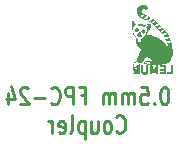
<source format=gbr>
%TF.GenerationSoftware,KiCad,Pcbnew,7.0.2*%
%TF.CreationDate,2023-08-17T13:15:17-07:00*%
%TF.ProjectId,Fpc24Coupler,46706332-3443-46f7-9570-6c65722e6b69,rev?*%
%TF.SameCoordinates,Original*%
%TF.FileFunction,Legend,Bot*%
%TF.FilePolarity,Positive*%
%FSLAX46Y46*%
G04 Gerber Fmt 4.6, Leading zero omitted, Abs format (unit mm)*
G04 Created by KiCad (PCBNEW 7.0.2) date 2023-08-17 13:15:17*
%MOMM*%
%LPD*%
G01*
G04 APERTURE LIST*
%ADD10C,0.250000*%
G04 APERTURE END LIST*
D10*
X161071428Y-103978928D02*
X160957142Y-103978928D01*
X160957142Y-103978928D02*
X160842856Y-104050357D01*
X160842856Y-104050357D02*
X160785714Y-104121785D01*
X160785714Y-104121785D02*
X160728571Y-104264642D01*
X160728571Y-104264642D02*
X160671428Y-104550357D01*
X160671428Y-104550357D02*
X160671428Y-104907500D01*
X160671428Y-104907500D02*
X160728571Y-105193214D01*
X160728571Y-105193214D02*
X160785714Y-105336071D01*
X160785714Y-105336071D02*
X160842856Y-105407500D01*
X160842856Y-105407500D02*
X160957142Y-105478928D01*
X160957142Y-105478928D02*
X161071428Y-105478928D01*
X161071428Y-105478928D02*
X161185714Y-105407500D01*
X161185714Y-105407500D02*
X161242856Y-105336071D01*
X161242856Y-105336071D02*
X161299999Y-105193214D01*
X161299999Y-105193214D02*
X161357142Y-104907500D01*
X161357142Y-104907500D02*
X161357142Y-104550357D01*
X161357142Y-104550357D02*
X161299999Y-104264642D01*
X161299999Y-104264642D02*
X161242856Y-104121785D01*
X161242856Y-104121785D02*
X161185714Y-104050357D01*
X161185714Y-104050357D02*
X161071428Y-103978928D01*
X160157142Y-105336071D02*
X160099999Y-105407500D01*
X160099999Y-105407500D02*
X160157142Y-105478928D01*
X160157142Y-105478928D02*
X160214285Y-105407500D01*
X160214285Y-105407500D02*
X160157142Y-105336071D01*
X160157142Y-105336071D02*
X160157142Y-105478928D01*
X159014285Y-103978928D02*
X159585713Y-103978928D01*
X159585713Y-103978928D02*
X159642856Y-104693214D01*
X159642856Y-104693214D02*
X159585713Y-104621785D01*
X159585713Y-104621785D02*
X159471428Y-104550357D01*
X159471428Y-104550357D02*
X159185713Y-104550357D01*
X159185713Y-104550357D02*
X159071428Y-104621785D01*
X159071428Y-104621785D02*
X159014285Y-104693214D01*
X159014285Y-104693214D02*
X158957142Y-104836071D01*
X158957142Y-104836071D02*
X158957142Y-105193214D01*
X158957142Y-105193214D02*
X159014285Y-105336071D01*
X159014285Y-105336071D02*
X159071428Y-105407500D01*
X159071428Y-105407500D02*
X159185713Y-105478928D01*
X159185713Y-105478928D02*
X159471428Y-105478928D01*
X159471428Y-105478928D02*
X159585713Y-105407500D01*
X159585713Y-105407500D02*
X159642856Y-105336071D01*
X158442856Y-105478928D02*
X158442856Y-104478928D01*
X158442856Y-104621785D02*
X158385713Y-104550357D01*
X158385713Y-104550357D02*
X158271428Y-104478928D01*
X158271428Y-104478928D02*
X158099999Y-104478928D01*
X158099999Y-104478928D02*
X157985713Y-104550357D01*
X157985713Y-104550357D02*
X157928571Y-104693214D01*
X157928571Y-104693214D02*
X157928571Y-105478928D01*
X157928571Y-104693214D02*
X157871428Y-104550357D01*
X157871428Y-104550357D02*
X157757142Y-104478928D01*
X157757142Y-104478928D02*
X157585713Y-104478928D01*
X157585713Y-104478928D02*
X157471428Y-104550357D01*
X157471428Y-104550357D02*
X157414285Y-104693214D01*
X157414285Y-104693214D02*
X157414285Y-105478928D01*
X156842856Y-105478928D02*
X156842856Y-104478928D01*
X156842856Y-104621785D02*
X156785713Y-104550357D01*
X156785713Y-104550357D02*
X156671428Y-104478928D01*
X156671428Y-104478928D02*
X156499999Y-104478928D01*
X156499999Y-104478928D02*
X156385713Y-104550357D01*
X156385713Y-104550357D02*
X156328571Y-104693214D01*
X156328571Y-104693214D02*
X156328571Y-105478928D01*
X156328571Y-104693214D02*
X156271428Y-104550357D01*
X156271428Y-104550357D02*
X156157142Y-104478928D01*
X156157142Y-104478928D02*
X155985713Y-104478928D01*
X155985713Y-104478928D02*
X155871428Y-104550357D01*
X155871428Y-104550357D02*
X155814285Y-104693214D01*
X155814285Y-104693214D02*
X155814285Y-105478928D01*
X153928570Y-104693214D02*
X154328570Y-104693214D01*
X154328570Y-105478928D02*
X154328570Y-103978928D01*
X154328570Y-103978928D02*
X153757142Y-103978928D01*
X153299999Y-105478928D02*
X153299999Y-103978928D01*
X153299999Y-103978928D02*
X152842856Y-103978928D01*
X152842856Y-103978928D02*
X152728571Y-104050357D01*
X152728571Y-104050357D02*
X152671428Y-104121785D01*
X152671428Y-104121785D02*
X152614285Y-104264642D01*
X152614285Y-104264642D02*
X152614285Y-104478928D01*
X152614285Y-104478928D02*
X152671428Y-104621785D01*
X152671428Y-104621785D02*
X152728571Y-104693214D01*
X152728571Y-104693214D02*
X152842856Y-104764642D01*
X152842856Y-104764642D02*
X153299999Y-104764642D01*
X151414285Y-105336071D02*
X151471428Y-105407500D01*
X151471428Y-105407500D02*
X151642856Y-105478928D01*
X151642856Y-105478928D02*
X151757142Y-105478928D01*
X151757142Y-105478928D02*
X151928571Y-105407500D01*
X151928571Y-105407500D02*
X152042856Y-105264642D01*
X152042856Y-105264642D02*
X152099999Y-105121785D01*
X152099999Y-105121785D02*
X152157142Y-104836071D01*
X152157142Y-104836071D02*
X152157142Y-104621785D01*
X152157142Y-104621785D02*
X152099999Y-104336071D01*
X152099999Y-104336071D02*
X152042856Y-104193214D01*
X152042856Y-104193214D02*
X151928571Y-104050357D01*
X151928571Y-104050357D02*
X151757142Y-103978928D01*
X151757142Y-103978928D02*
X151642856Y-103978928D01*
X151642856Y-103978928D02*
X151471428Y-104050357D01*
X151471428Y-104050357D02*
X151414285Y-104121785D01*
X150899999Y-104907500D02*
X149985714Y-104907500D01*
X149471428Y-104121785D02*
X149414285Y-104050357D01*
X149414285Y-104050357D02*
X149300000Y-103978928D01*
X149300000Y-103978928D02*
X149014285Y-103978928D01*
X149014285Y-103978928D02*
X148900000Y-104050357D01*
X148900000Y-104050357D02*
X148842857Y-104121785D01*
X148842857Y-104121785D02*
X148785714Y-104264642D01*
X148785714Y-104264642D02*
X148785714Y-104407500D01*
X148785714Y-104407500D02*
X148842857Y-104621785D01*
X148842857Y-104621785D02*
X149528571Y-105478928D01*
X149528571Y-105478928D02*
X148785714Y-105478928D01*
X147757143Y-104478928D02*
X147757143Y-105478928D01*
X148042857Y-103907500D02*
X148328571Y-104978928D01*
X148328571Y-104978928D02*
X147585714Y-104978928D01*
X156957141Y-107766071D02*
X157014284Y-107837500D01*
X157014284Y-107837500D02*
X157185712Y-107908928D01*
X157185712Y-107908928D02*
X157299998Y-107908928D01*
X157299998Y-107908928D02*
X157471427Y-107837500D01*
X157471427Y-107837500D02*
X157585712Y-107694642D01*
X157585712Y-107694642D02*
X157642855Y-107551785D01*
X157642855Y-107551785D02*
X157699998Y-107266071D01*
X157699998Y-107266071D02*
X157699998Y-107051785D01*
X157699998Y-107051785D02*
X157642855Y-106766071D01*
X157642855Y-106766071D02*
X157585712Y-106623214D01*
X157585712Y-106623214D02*
X157471427Y-106480357D01*
X157471427Y-106480357D02*
X157299998Y-106408928D01*
X157299998Y-106408928D02*
X157185712Y-106408928D01*
X157185712Y-106408928D02*
X157014284Y-106480357D01*
X157014284Y-106480357D02*
X156957141Y-106551785D01*
X156271427Y-107908928D02*
X156385712Y-107837500D01*
X156385712Y-107837500D02*
X156442855Y-107766071D01*
X156442855Y-107766071D02*
X156499998Y-107623214D01*
X156499998Y-107623214D02*
X156499998Y-107194642D01*
X156499998Y-107194642D02*
X156442855Y-107051785D01*
X156442855Y-107051785D02*
X156385712Y-106980357D01*
X156385712Y-106980357D02*
X156271427Y-106908928D01*
X156271427Y-106908928D02*
X156099998Y-106908928D01*
X156099998Y-106908928D02*
X155985712Y-106980357D01*
X155985712Y-106980357D02*
X155928570Y-107051785D01*
X155928570Y-107051785D02*
X155871427Y-107194642D01*
X155871427Y-107194642D02*
X155871427Y-107623214D01*
X155871427Y-107623214D02*
X155928570Y-107766071D01*
X155928570Y-107766071D02*
X155985712Y-107837500D01*
X155985712Y-107837500D02*
X156099998Y-107908928D01*
X156099998Y-107908928D02*
X156271427Y-107908928D01*
X154842856Y-106908928D02*
X154842856Y-107908928D01*
X155357141Y-106908928D02*
X155357141Y-107694642D01*
X155357141Y-107694642D02*
X155299998Y-107837500D01*
X155299998Y-107837500D02*
X155185713Y-107908928D01*
X155185713Y-107908928D02*
X155014284Y-107908928D01*
X155014284Y-107908928D02*
X154899998Y-107837500D01*
X154899998Y-107837500D02*
X154842856Y-107766071D01*
X154271427Y-106908928D02*
X154271427Y-108408928D01*
X154271427Y-106980357D02*
X154157142Y-106908928D01*
X154157142Y-106908928D02*
X153928570Y-106908928D01*
X153928570Y-106908928D02*
X153814284Y-106980357D01*
X153814284Y-106980357D02*
X153757142Y-107051785D01*
X153757142Y-107051785D02*
X153699999Y-107194642D01*
X153699999Y-107194642D02*
X153699999Y-107623214D01*
X153699999Y-107623214D02*
X153757142Y-107766071D01*
X153757142Y-107766071D02*
X153814284Y-107837500D01*
X153814284Y-107837500D02*
X153928570Y-107908928D01*
X153928570Y-107908928D02*
X154157142Y-107908928D01*
X154157142Y-107908928D02*
X154271427Y-107837500D01*
X153014285Y-107908928D02*
X153128570Y-107837500D01*
X153128570Y-107837500D02*
X153185713Y-107694642D01*
X153185713Y-107694642D02*
X153185713Y-106408928D01*
X152099999Y-107837500D02*
X152214285Y-107908928D01*
X152214285Y-107908928D02*
X152442857Y-107908928D01*
X152442857Y-107908928D02*
X152557142Y-107837500D01*
X152557142Y-107837500D02*
X152614285Y-107694642D01*
X152614285Y-107694642D02*
X152614285Y-107123214D01*
X152614285Y-107123214D02*
X152557142Y-106980357D01*
X152557142Y-106980357D02*
X152442857Y-106908928D01*
X152442857Y-106908928D02*
X152214285Y-106908928D01*
X152214285Y-106908928D02*
X152099999Y-106980357D01*
X152099999Y-106980357D02*
X152042857Y-107123214D01*
X152042857Y-107123214D02*
X152042857Y-107266071D01*
X152042857Y-107266071D02*
X152614285Y-107408928D01*
X151528571Y-107908928D02*
X151528571Y-106908928D01*
X151528571Y-107194642D02*
X151471428Y-107051785D01*
X151471428Y-107051785D02*
X151414286Y-106980357D01*
X151414286Y-106980357D02*
X151300000Y-106908928D01*
X151300000Y-106908928D02*
X151185714Y-106908928D01*
%TO.C,UU5*%
G36*
X159059830Y-99439436D02*
G01*
X159116312Y-99648179D01*
X159003676Y-99723743D01*
X158861961Y-99758044D01*
X158744696Y-99681220D01*
X158650810Y-99571905D01*
X158761178Y-99400956D01*
X158940302Y-99267220D01*
X159059830Y-99439436D01*
G37*
G36*
X158724398Y-98948170D02*
G01*
X158840169Y-99118686D01*
X158878704Y-99245620D01*
X158740839Y-99305872D01*
X158575260Y-99334607D01*
X158567384Y-99226089D01*
X158623200Y-99033652D01*
X158704347Y-98936388D01*
X158724398Y-98948170D01*
G37*
G36*
X159325292Y-99053075D02*
G01*
X159360390Y-99175574D01*
X159338439Y-99365194D01*
X159272272Y-99472480D01*
X159113646Y-99390326D01*
X159020504Y-99266188D01*
X159136123Y-99140215D01*
X159310615Y-99048631D01*
X159310615Y-99048630D01*
X159325292Y-99053075D01*
G37*
G36*
X161745092Y-102157589D02*
G01*
X161745092Y-102548883D01*
X161745092Y-102937800D01*
X161487433Y-102937800D01*
X161229671Y-102937800D01*
X161229566Y-102839718D01*
X161229671Y-102741637D01*
X161388318Y-102741637D01*
X161546964Y-102741637D01*
X161546964Y-102486665D01*
X161546391Y-102235109D01*
X161543451Y-102157486D01*
X161543451Y-102157484D01*
X161745092Y-102157589D01*
G37*
G36*
X161150813Y-102547847D02*
G01*
X161150813Y-102938004D01*
X160879925Y-102938004D01*
X160609037Y-102938004D01*
X160609037Y-102843953D01*
X160609037Y-102750005D01*
X160779880Y-102750005D01*
X160950722Y-102750005D01*
X160950722Y-102692335D01*
X160950722Y-102634767D01*
X160794039Y-102634767D01*
X160637356Y-102634767D01*
X160637356Y-102549914D01*
X160637356Y-102464958D01*
X160794039Y-102464958D01*
X160950722Y-102464958D01*
X160950722Y-102404290D01*
X160950722Y-102343622D01*
X160779880Y-102343728D01*
X160609037Y-102343728D01*
X160609656Y-102251227D01*
X160610275Y-102158726D01*
X160880647Y-102158196D01*
X161150813Y-102157484D01*
X161150813Y-102547847D01*
G37*
G36*
X159664690Y-102434159D02*
G01*
X159664071Y-102710525D01*
X159659626Y-102732745D01*
X159646500Y-102778220D01*
X159638439Y-102796411D01*
X159558443Y-102889635D01*
X159435970Y-102942242D01*
X159406411Y-102946999D01*
X159283628Y-102944210D01*
X159086948Y-102825561D01*
X159054702Y-102761276D01*
X159049121Y-102738331D01*
X159043539Y-102718591D01*
X159043539Y-102438608D01*
X159043539Y-102158728D01*
X159143171Y-102158199D01*
X159242700Y-102157580D01*
X159242700Y-102423507D01*
X159243247Y-102657037D01*
X159246939Y-102701836D01*
X159271434Y-102740697D01*
X159395354Y-102763124D01*
X159462843Y-102692121D01*
X159464507Y-102619202D01*
X159465119Y-102418959D01*
X159465013Y-102157580D01*
X159565162Y-102157580D01*
X159665219Y-102157484D01*
X159664690Y-102434159D01*
G37*
G36*
X160507028Y-102158526D02*
G01*
X160507854Y-102548373D01*
X160508473Y-102938013D01*
X160409461Y-102938013D01*
X160310345Y-102938013D01*
X160310345Y-102811716D01*
X160315304Y-102630228D01*
X160321298Y-102565529D01*
X160319853Y-102555918D01*
X160310242Y-102573591D01*
X160301250Y-102597362D01*
X160274792Y-102664335D01*
X160249470Y-102728827D01*
X160237378Y-102760039D01*
X160222702Y-102798487D01*
X160213710Y-102821741D01*
X160144774Y-102822360D01*
X160075941Y-102822980D01*
X160073565Y-102814298D01*
X160067778Y-102797658D01*
X160060026Y-102778434D01*
X160046590Y-102743811D01*
X160037392Y-102718387D01*
X160029227Y-102697406D01*
X160018892Y-102670327D01*
X160012897Y-102654204D01*
X159983545Y-102577930D01*
X159971453Y-102556122D01*
X159969384Y-102564701D01*
X159976619Y-102647073D01*
X159982200Y-102828974D01*
X159981581Y-102937081D01*
X159882569Y-102937081D01*
X159783556Y-102937081D01*
X159783556Y-102547957D01*
X159783556Y-102158834D01*
X159882259Y-102158834D01*
X159981064Y-102158834D01*
X159991089Y-102181055D01*
X160006282Y-102216402D01*
X160013103Y-102231594D01*
X160020752Y-102248854D01*
X160043592Y-102302391D01*
X160074702Y-102374325D01*
X160084520Y-102396752D01*
X160094545Y-102419800D01*
X160124621Y-102488426D01*
X160131752Y-102505583D01*
X160140641Y-102526460D01*
X160145599Y-102536279D01*
X160156141Y-102513128D01*
X160166580Y-102488736D01*
X160174641Y-102470133D01*
X160182702Y-102451012D01*
X160190661Y-102432202D01*
X160201616Y-102407294D01*
X160232209Y-102336601D01*
X160240064Y-102318514D01*
X160259597Y-102272005D01*
X160268072Y-102252782D01*
X160280681Y-102224463D01*
X160292980Y-102195111D01*
X160302902Y-102172373D01*
X160308067Y-102159764D01*
X160407596Y-102158213D01*
X160407396Y-102158103D01*
X160507028Y-102158526D01*
G37*
G36*
X159436709Y-97072411D02*
G01*
X159563520Y-97130504D01*
X159665326Y-97255167D01*
X159630286Y-97407593D01*
X159457468Y-97470567D01*
X159274132Y-97429607D01*
X159112178Y-97519834D01*
X159128094Y-97710830D01*
X159302655Y-97846353D01*
X159498391Y-97932468D01*
X159688680Y-98011173D01*
X159904951Y-98124097D01*
X160113097Y-98251389D01*
X160312394Y-98392266D01*
X160502119Y-98545943D01*
X160681548Y-98711635D01*
X160849959Y-98888558D01*
X161006628Y-99075927D01*
X161150830Y-99272958D01*
X161281843Y-99478865D01*
X161398944Y-99692864D01*
X161501408Y-99914170D01*
X161588513Y-100141999D01*
X161650712Y-100365238D01*
X161698858Y-100598415D01*
X161730880Y-100833888D01*
X161744707Y-101064015D01*
X161738271Y-101281155D01*
X161696959Y-101495671D01*
X161619779Y-101678645D01*
X161507587Y-101828821D01*
X161361612Y-101944676D01*
X161183637Y-102025365D01*
X160975320Y-102070667D01*
X160965811Y-102070349D01*
X160687576Y-102114208D01*
X160436126Y-102131143D01*
X160210302Y-102125230D01*
X159904379Y-102101829D01*
X159896833Y-102101252D01*
X159269481Y-102023841D01*
X159259650Y-101967519D01*
X159290774Y-101967519D01*
X159293150Y-101973203D01*
X159904379Y-102048651D01*
X159815720Y-101940639D01*
X159809812Y-101901993D01*
X159794679Y-101890400D01*
X159678346Y-101863546D01*
X159564554Y-101844013D01*
X159564554Y-101844119D01*
X159474637Y-101837814D01*
X159474636Y-101837813D01*
X159414071Y-101840602D01*
X159358571Y-101873158D01*
X159295732Y-101942818D01*
X159290774Y-101967519D01*
X159259650Y-101967519D01*
X159251188Y-101919041D01*
X159401979Y-101794708D01*
X159529733Y-101792885D01*
X159687750Y-101818169D01*
X159901587Y-101801942D01*
X160041837Y-101751299D01*
X159952230Y-101681123D01*
X159747613Y-101545247D01*
X159586774Y-101410648D01*
X159528483Y-101350393D01*
X159503678Y-101386153D01*
X159413968Y-101524853D01*
X159265485Y-101751691D01*
X159153614Y-101900681D01*
X159068563Y-101984773D01*
X158873123Y-102158613D01*
X158926350Y-102158825D01*
X158926667Y-102545881D01*
X158926786Y-102820015D01*
X158926350Y-102935521D01*
X158926350Y-102935627D01*
X158826304Y-102938109D01*
X158727188Y-102938109D01*
X158726569Y-102814292D01*
X158725950Y-102690475D01*
X158709827Y-102690052D01*
X158693600Y-102689628D01*
X158685435Y-102700170D01*
X158658976Y-102736531D01*
X158654223Y-102743062D01*
X158628901Y-102777685D01*
X158613605Y-102798665D01*
X158587457Y-102834735D01*
X158554074Y-102880108D01*
X158523068Y-102922999D01*
X158512113Y-102938089D01*
X158388916Y-102938089D01*
X158265720Y-102938089D01*
X158279466Y-102920415D01*
X158308404Y-102883828D01*
X158326594Y-102860574D01*
X158335896Y-102849205D01*
X158366385Y-102810758D01*
X158395531Y-102774068D01*
X158408140Y-102758875D01*
X158440076Y-102717844D01*
X158465914Y-102685494D01*
X158476250Y-102671025D01*
X158472942Y-102669167D01*
X158464869Y-102665015D01*
X158418682Y-102641262D01*
X158342924Y-102535738D01*
X158326697Y-102422257D01*
X158329607Y-102401398D01*
X158524824Y-102401398D01*
X158540636Y-102489454D01*
X158581564Y-102515913D01*
X158658976Y-102520871D01*
X158726155Y-102519114D01*
X158726684Y-102429404D01*
X158726155Y-102342485D01*
X158660423Y-102342485D01*
X158583528Y-102346104D01*
X158524824Y-102401398D01*
X158329607Y-102401398D01*
X158340754Y-102321488D01*
X158348919Y-102300921D01*
X158343544Y-102284178D01*
X158345049Y-102265797D01*
X158395943Y-102265797D01*
X158464869Y-102316610D01*
X158502125Y-102268524D01*
X158588686Y-102191919D01*
X158805530Y-102157174D01*
X158925811Y-102031583D01*
X159042828Y-101940442D01*
X158804053Y-101929827D01*
X158700317Y-101822723D01*
X158579601Y-101894244D01*
X158498469Y-101931244D01*
X158470563Y-101964213D01*
X158405761Y-102187869D01*
X158395943Y-102265797D01*
X158345049Y-102265797D01*
X158350366Y-102200875D01*
X158382953Y-102055658D01*
X158422816Y-101945387D01*
X158467981Y-101892884D01*
X158558725Y-101850923D01*
X158660114Y-101792941D01*
X158724089Y-101660443D01*
X158805428Y-101461075D01*
X158889128Y-101257063D01*
X158969863Y-101043323D01*
X159007793Y-100885814D01*
X159021849Y-100800340D01*
X158917633Y-100671887D01*
X158859307Y-100599997D01*
X158734220Y-100401163D01*
X158646261Y-100201276D01*
X158595106Y-99997777D01*
X158580429Y-99788103D01*
X158471147Y-99651507D01*
X158385542Y-99498056D01*
X158331545Y-99301734D01*
X158317086Y-99036521D01*
X158273574Y-98917665D01*
X158265659Y-98867348D01*
X158324216Y-98867348D01*
X158332071Y-98903418D01*
X158372171Y-99016073D01*
X158376923Y-99033230D01*
X158389221Y-99293038D01*
X158439721Y-99478891D01*
X158522642Y-99622704D01*
X158632205Y-99756390D01*
X158637579Y-99765485D01*
X158640162Y-99769104D01*
X158750695Y-100046567D01*
X158829710Y-100236861D01*
X158883318Y-100351144D01*
X158917633Y-100400573D01*
X158938765Y-100396305D01*
X158952829Y-100349497D01*
X158965934Y-100271306D01*
X158984195Y-100172890D01*
X159013722Y-100065405D01*
X159060629Y-99960009D01*
X159131028Y-99867858D01*
X159231030Y-99800110D01*
X159333866Y-99721355D01*
X159479990Y-99530147D01*
X159571164Y-99288410D01*
X159577676Y-99276525D01*
X159667903Y-99162319D01*
X159585737Y-99257714D01*
X159562576Y-99073509D01*
X159477216Y-98948896D01*
X159590476Y-98804576D01*
X159745520Y-98703639D01*
X159587705Y-98725663D01*
X159383682Y-98830247D01*
X159355570Y-98833453D01*
X159421131Y-98926465D01*
X159333347Y-98929653D01*
X159192479Y-98869110D01*
X159008526Y-98805955D01*
X158874773Y-98797900D01*
X158727753Y-98762675D01*
X158751679Y-98703229D01*
X158775554Y-98696614D01*
X158756847Y-98682662D01*
X158569055Y-98514300D01*
X158379518Y-98437306D01*
X158533108Y-98604026D01*
X158608436Y-98731439D01*
X158454753Y-98855491D01*
X158376719Y-99002121D01*
X158324216Y-98867348D01*
X158265659Y-98867348D01*
X158244325Y-98731733D01*
X158242318Y-98539548D01*
X158287424Y-98387155D01*
X158307164Y-98374132D01*
X158360391Y-98371137D01*
X158600686Y-98463844D01*
X158794473Y-98636857D01*
X158970789Y-98625436D01*
X159146090Y-98655954D01*
X159366324Y-98771526D01*
X159642698Y-98651975D01*
X159844331Y-98657631D01*
X159865105Y-98678612D01*
X159865169Y-98891595D01*
X159774497Y-99109003D01*
X159626463Y-99310821D01*
X159557059Y-99498174D01*
X159460479Y-99660567D01*
X159465644Y-99659017D01*
X159660399Y-99618496D01*
X159871377Y-99623452D01*
X160093059Y-99670724D01*
X160319931Y-99757150D01*
X160546477Y-99879569D01*
X160767182Y-100034819D01*
X160976528Y-100219739D01*
X161169002Y-100431166D01*
X161277771Y-100503657D01*
X161289895Y-100423581D01*
X161288479Y-100418328D01*
X161250150Y-100276062D01*
X161203315Y-100146222D01*
X161190989Y-100117814D01*
X161227501Y-100117814D01*
X161234219Y-100135488D01*
X161280624Y-100247418D01*
X161288479Y-100266332D01*
X161307186Y-100257857D01*
X161540144Y-100169801D01*
X161559780Y-100163600D01*
X161553063Y-100144169D01*
X161511204Y-100030068D01*
X161509654Y-100026141D01*
X161506453Y-100023040D01*
X161497872Y-100014462D01*
X161486297Y-100018182D01*
X161244761Y-100110166D01*
X161227501Y-100117814D01*
X161190989Y-100117814D01*
X161158565Y-100043083D01*
X161109461Y-99929910D01*
X161048829Y-99813751D01*
X161088801Y-99813751D01*
X161097587Y-99830804D01*
X161149366Y-99937981D01*
X161158565Y-99957618D01*
X161177375Y-99946869D01*
X161405371Y-99832354D01*
X161424285Y-99824086D01*
X161415500Y-99805482D01*
X161362170Y-99695825D01*
X161353592Y-99678979D01*
X161336331Y-99686627D01*
X161105545Y-99804242D01*
X161088801Y-99813751D01*
X161048829Y-99813751D01*
X161000413Y-99720996D01*
X160999918Y-99720190D01*
X160876956Y-99520286D01*
X160875067Y-99517645D01*
X160915996Y-99517645D01*
X160926744Y-99534077D01*
X160989066Y-99636190D01*
X160999918Y-99654380D01*
X161017488Y-99642495D01*
X161238250Y-99516094D01*
X161258300Y-99506793D01*
X161246931Y-99487775D01*
X161182646Y-99383596D01*
X161173137Y-99368713D01*
X161157221Y-99376258D01*
X160932325Y-99506689D01*
X160915996Y-99517645D01*
X160875067Y-99517645D01*
X160811092Y-99428182D01*
X160739872Y-99328587D01*
X160667306Y-99240556D01*
X160713527Y-99240556D01*
X160726240Y-99256575D01*
X160799103Y-99351557D01*
X160811092Y-99367783D01*
X160827215Y-99355587D01*
X161038262Y-99210790D01*
X161057072Y-99199421D01*
X161044050Y-99181748D01*
X160970049Y-99085010D01*
X160959094Y-99071160D01*
X160944004Y-99080255D01*
X160729650Y-99228153D01*
X160713527Y-99240556D01*
X160667306Y-99240556D01*
X160591984Y-99149182D01*
X160589944Y-99146706D01*
X160433925Y-98981760D01*
X160481603Y-98981760D01*
X160496073Y-98996539D01*
X160578548Y-99083252D01*
X160591984Y-99098032D01*
X160606763Y-99084596D01*
X160805408Y-98923676D01*
X160823598Y-98910653D01*
X160808612Y-98894013D01*
X160725516Y-98804923D01*
X160713527Y-98792418D01*
X160699471Y-98802546D01*
X160496899Y-98967807D01*
X160481603Y-98981760D01*
X160433925Y-98981760D01*
X160427956Y-98975450D01*
X160344868Y-98898807D01*
X160254692Y-98815626D01*
X160167245Y-98745392D01*
X160223118Y-98745392D01*
X160239758Y-98759242D01*
X160330708Y-98836653D01*
X160344868Y-98849468D01*
X160358303Y-98835826D01*
X160548576Y-98664674D01*
X160567283Y-98650101D01*
X160549713Y-98634184D01*
X160457109Y-98552742D01*
X160444500Y-98541890D01*
X160431581Y-98552432D01*
X160238310Y-98729992D01*
X160223118Y-98745392D01*
X160167245Y-98745392D01*
X160072636Y-98669406D01*
X160070935Y-98668039D01*
X159879428Y-98534862D01*
X159940345Y-98534862D01*
X159959258Y-98547678D01*
X160058063Y-98616201D01*
X160072636Y-98626846D01*
X160084728Y-98613411D01*
X160263219Y-98427065D01*
X160280479Y-98410736D01*
X160261358Y-98396576D01*
X160161209Y-98325056D01*
X160147670Y-98315651D01*
X160135888Y-98327123D01*
X159955434Y-98517809D01*
X159940345Y-98534862D01*
X159879428Y-98534862D01*
X159877467Y-98533498D01*
X159786246Y-98479101D01*
X159675073Y-98412808D01*
X159568759Y-98359266D01*
X159645376Y-98359266D01*
X159665633Y-98370118D01*
X159770846Y-98428822D01*
X159786246Y-98437814D01*
X159796994Y-98423551D01*
X159963186Y-98226147D01*
X159980549Y-98207957D01*
X159958948Y-98195141D01*
X159850841Y-98132819D01*
X159837198Y-98125378D01*
X159826553Y-98136747D01*
X159659018Y-98340662D01*
X159645376Y-98359266D01*
X159568759Y-98359266D01*
X159466265Y-98307648D01*
X159464536Y-98306777D01*
X159246639Y-98216211D01*
X159228553Y-98207130D01*
X159317230Y-98207130D01*
X159339657Y-98216122D01*
X159450762Y-98264388D01*
X159466265Y-98271312D01*
X159475566Y-98257153D01*
X159637624Y-98053031D01*
X159655918Y-98033497D01*
X159632146Y-98021405D01*
X159513394Y-97970039D01*
X159500578Y-97965181D01*
X159491483Y-97975413D01*
X159406292Y-98078340D01*
X159330253Y-98186873D01*
X159317230Y-98207130D01*
X159228553Y-98207130D01*
X159128921Y-98157105D01*
X159078049Y-98131563D01*
X158939184Y-98038975D01*
X158990118Y-98038975D01*
X159004794Y-98050137D01*
X159112488Y-98118867D01*
X159128921Y-98127859D01*
X159138946Y-98112046D01*
X159293872Y-97909474D01*
X159311235Y-97890043D01*
X159288084Y-97878262D01*
X159186695Y-97815629D01*
X159172019Y-97804468D01*
X159159720Y-97818110D01*
X159000040Y-98023472D01*
X158990118Y-98038975D01*
X158939184Y-98038975D01*
X158929552Y-98032553D01*
X158787507Y-97878147D01*
X158712303Y-97677178D01*
X158715415Y-97461789D01*
X158808320Y-97264124D01*
X158951229Y-97135735D01*
X159114571Y-97069434D01*
X159290460Y-97052871D01*
X159290565Y-97052782D01*
X159436709Y-97072411D01*
G37*
%TD*%
M02*

</source>
